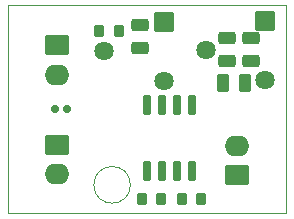
<source format=gbr>
%TF.GenerationSoftware,KiCad,Pcbnew,8.0.4-8.0.4-0~ubuntu22.04.1*%
%TF.CreationDate,2024-08-01T19:41:56+05:30*%
%TF.ProjectId,Microphone,4d696372-6f70-4686-9f6e-652e6b696361,v01*%
%TF.SameCoordinates,Original*%
%TF.FileFunction,Soldermask,Bot*%
%TF.FilePolarity,Negative*%
%FSLAX46Y46*%
G04 Gerber Fmt 4.6, Leading zero omitted, Abs format (unit mm)*
G04 Created by KiCad (PCBNEW 8.0.4-8.0.4-0~ubuntu22.04.1) date 2024-08-01 19:41:56*
%MOMM*%
%LPD*%
G01*
G04 APERTURE LIST*
G04 Aperture macros list*
%AMRoundRect*
0 Rectangle with rounded corners*
0 $1 Rounding radius*
0 $2 $3 $4 $5 $6 $7 $8 $9 X,Y pos of 4 corners*
0 Add a 4 corners polygon primitive as box body*
4,1,4,$2,$3,$4,$5,$6,$7,$8,$9,$2,$3,0*
0 Add four circle primitives for the rounded corners*
1,1,$1+$1,$2,$3*
1,1,$1+$1,$4,$5*
1,1,$1+$1,$6,$7*
1,1,$1+$1,$8,$9*
0 Add four rect primitives between the rounded corners*
20,1,$1+$1,$2,$3,$4,$5,0*
20,1,$1+$1,$4,$5,$6,$7,0*
20,1,$1+$1,$6,$7,$8,$9,0*
20,1,$1+$1,$8,$9,$2,$3,0*%
G04 Aperture macros list end*
%ADD10RoundRect,0.038000X-0.780000X0.780000X-0.780000X-0.780000X0.780000X-0.780000X0.780000X0.780000X0*%
%ADD11C,1.636000*%
%ADD12RoundRect,0.261177X-0.776823X0.626823X-0.776823X-0.626823X0.776823X-0.626823X0.776823X0.626823X0*%
%ADD13O,2.076000X1.776000*%
%ADD14RoundRect,0.261177X0.776823X-0.626823X0.776823X0.626823X-0.776823X0.626823X-0.776823X-0.626823X0*%
%ADD15RoundRect,0.102000X0.266700X-0.711200X0.266700X0.711200X-0.266700X0.711200X-0.266700X-0.711200X0*%
%ADD16RoundRect,0.219000X0.219000X0.294000X-0.219000X0.294000X-0.219000X-0.294000X0.219000X-0.294000X0*%
%ADD17RoundRect,0.159000X0.159000X0.189000X-0.159000X0.189000X-0.159000X-0.189000X0.159000X-0.189000X0*%
%ADD18RoundRect,0.269000X0.494000X-0.269000X0.494000X0.269000X-0.494000X0.269000X-0.494000X-0.269000X0*%
%ADD19RoundRect,0.219000X-0.219000X-0.294000X0.219000X-0.294000X0.219000X0.294000X-0.219000X0.294000X0*%
%ADD20RoundRect,0.269000X0.269000X0.494000X-0.269000X0.494000X-0.269000X-0.494000X0.269000X-0.494000X0*%
%TA.AperFunction,Profile*%
%ADD21C,0.100000*%
%TD*%
G04 APERTURE END LIST*
D10*
%TO.C,R4*%
X175600000Y-55900000D03*
D11*
X170600000Y-58400000D03*
X175600000Y-60900000D03*
%TD*%
D10*
%TO.C,R5*%
X167000000Y-56000000D03*
D11*
X162000000Y-58500000D03*
X167000000Y-61000000D03*
%TD*%
D12*
%TO.C,MK1*%
X158000000Y-58000000D03*
D13*
X158000000Y-60500000D03*
%TD*%
D12*
%TO.C,J2*%
X158000000Y-66400000D03*
D13*
X158000000Y-68900000D03*
%TD*%
D14*
%TO.C,J1*%
X173200000Y-69000000D03*
D13*
X173200000Y-66500000D03*
%TD*%
D15*
%TO.C,U2*%
X169400000Y-68594000D03*
X168130000Y-68594000D03*
X166860000Y-68594000D03*
X165590000Y-68594000D03*
X165590000Y-63006000D03*
X166860000Y-63006000D03*
X168130000Y-63006000D03*
X169400000Y-63006000D03*
%TD*%
D16*
%TO.C,R3*%
X166800000Y-71000000D03*
X165150000Y-71000000D03*
%TD*%
%TO.C,R1*%
X170200000Y-71000000D03*
X168550000Y-71000000D03*
%TD*%
D17*
%TO.C,C1*%
X158800000Y-63400000D03*
X157840000Y-63400000D03*
%TD*%
D18*
%TO.C,C2*%
X165000000Y-58200000D03*
X165000000Y-56300000D03*
%TD*%
%TO.C,C3*%
X174400000Y-59300000D03*
X174400000Y-57400000D03*
%TD*%
%TO.C,C4*%
X172400000Y-59300000D03*
X172400000Y-57400000D03*
%TD*%
D19*
%TO.C,R2*%
X161550000Y-56800000D03*
X163200000Y-56800000D03*
%TD*%
D20*
%TO.C,C5*%
X173900000Y-61200000D03*
X172000000Y-61200000D03*
%TD*%
D21*
X153800000Y-54600000D02*
X177400000Y-54600000D01*
X177400000Y-72200000D01*
X153800000Y-72200000D01*
X153800000Y-54600000D01*
X164200000Y-69800000D02*
G75*
G02*
X161100000Y-69800000I-1550000J0D01*
G01*
X161100000Y-69800000D02*
G75*
G02*
X164200000Y-69800000I1550000J0D01*
G01*
M02*

</source>
